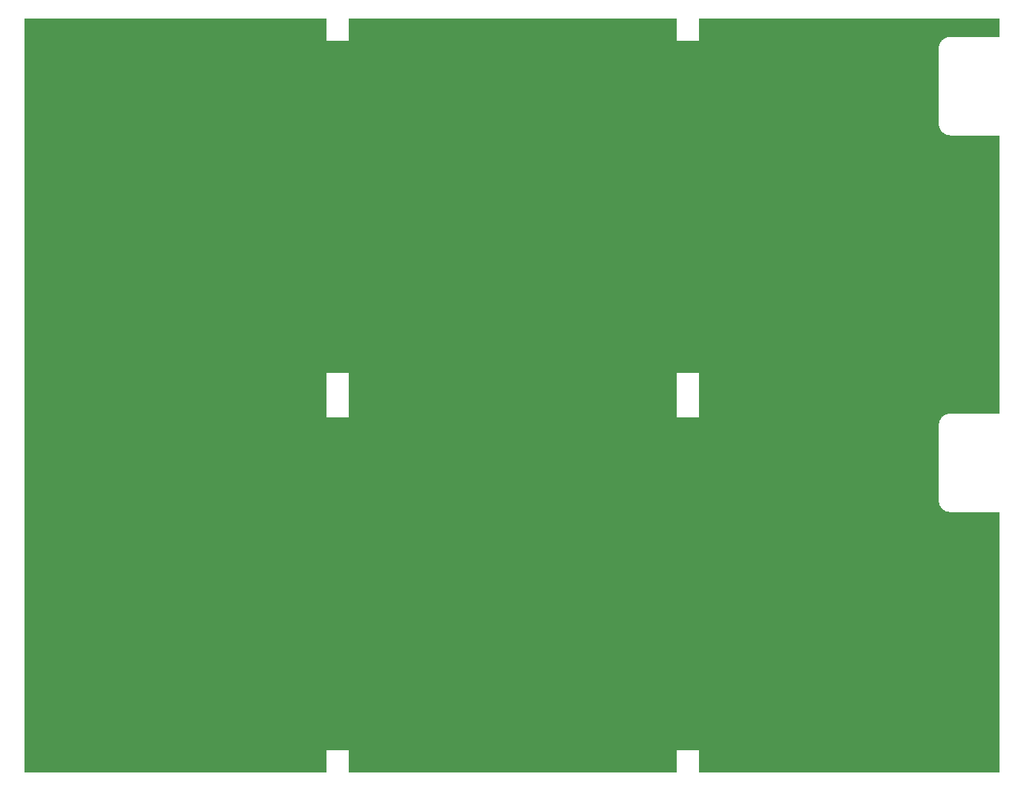
<source format=gbr>
G04 DipTrace 3.3.1.3*
G04 board_dendy_gamepad_Remastered_rev2.8.gbr*
%MOMM*%
G04 #@! TF.FileFunction,Drawing,Board polygon*
G04 #@! TF.Part,Single*
%FSLAX35Y35*%
G04*
G71*
G90*
G75*
G01*
G04 BoardPoly*
%LPD*%
G36*
X12129540Y1000000D2*
X8700183Y1000020D1*
Y1254047D1*
X8446157D1*
Y1000020D1*
X4699263D1*
Y1254047D1*
X4445237D1*
Y1000020D1*
X1000000D1*
Y5302597D1*
X4445237D1*
Y5048570D1*
X4699263D1*
Y5302597D1*
X8446157D1*
Y5048570D1*
X8700183D1*
Y5302597D1*
X12129543D1*
X12129540Y5096180D1*
X11573857D1*
G03X11430967Y4953290I-7938J-134952D01*
G01*
Y4111827D1*
G03X11573857Y3968937I134952J-7938D01*
G01*
X12129540D1*
Y1000000D1*
G37*
G36*
Y5302597D2*
X8700183Y5302617D1*
Y5556643D1*
X8446157D1*
Y5302617D1*
X4699263D1*
Y5556643D1*
X4445237D1*
Y5302617D1*
X1000000D1*
Y9605193D1*
X4445237D1*
Y9351167D1*
X4699263D1*
Y9605193D1*
X8446157D1*
Y9351167D1*
X8700183D1*
Y9605193D1*
X12129543D1*
X12129540Y9398777D1*
X11573857D1*
G03X11430967Y9255887I-7938J-134952D01*
G01*
Y8414423D1*
G03X11573857Y8271533I134952J-7938D01*
G01*
X12129540D1*
Y5302597D1*
G37*
M02*

</source>
